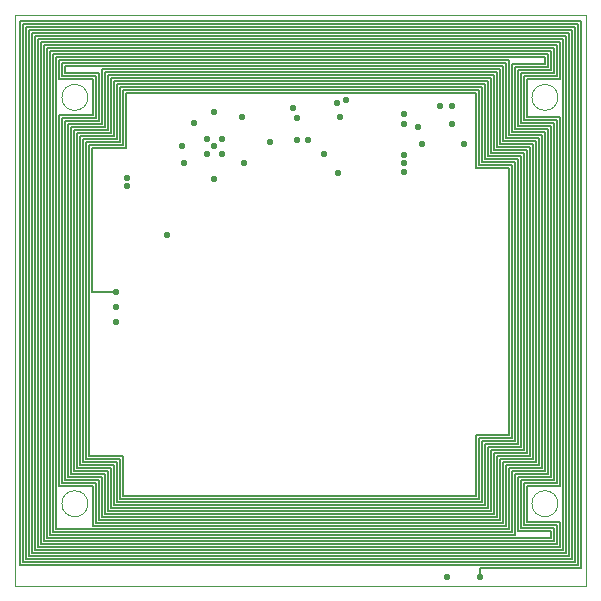
<source format=gbr>
%TF.GenerationSoftware,KiCad,Pcbnew,(5.1.4)-1*%
%TF.CreationDate,2019-10-25T20:31:38-07:00*%
%TF.ProjectId,SolarCellX_v3,536f6c61-7243-4656-9c6c-585f76332e6b,rev?*%
%TF.SameCoordinates,Original*%
%TF.FileFunction,Copper,L2,Inr*%
%TF.FilePolarity,Positive*%
%FSLAX46Y46*%
G04 Gerber Fmt 4.6, Leading zero omitted, Abs format (unit mm)*
G04 Created by KiCad (PCBNEW (5.1.4)-1) date 2019-10-25 20:31:38*
%MOMM*%
%LPD*%
G04 APERTURE LIST*
%ADD10C,0.050000*%
%ADD11C,0.584200*%
%ADD12C,0.127000*%
G04 APERTURE END LIST*
D10*
X96200000Y-47000000D02*
G75*
G03X96200000Y-47000000I-1100000J0D01*
G01*
X96200000Y-81400000D02*
G75*
G03X96200000Y-81400000I-1100000J0D01*
G01*
X136000000Y-81400000D02*
G75*
G03X136000000Y-81400000I-1100000J0D01*
G01*
X136000000Y-47000000D02*
G75*
G03X136000000Y-47000000I-1100000J0D01*
G01*
X90000000Y-88400000D02*
X138400000Y-88400000D01*
X90000000Y-88400000D02*
X90000000Y-40000000D01*
X138400000Y-40000000D02*
X138400000Y-88400000D01*
X90000000Y-40000000D02*
X138400000Y-40000000D01*
D11*
X106253260Y-51754256D03*
X107523260Y-51754256D03*
X106253260Y-50509656D03*
X109410500Y-52514500D03*
X107530900Y-50485040D03*
X106923840Y-51092100D03*
X104302012Y-52519693D03*
X122999500Y-53276500D03*
X122999500Y-52578000D03*
X122999500Y-51879500D03*
X122999500Y-49276000D03*
X124142510Y-49466500D03*
X124523500Y-50927000D03*
X122999500Y-48387000D03*
X125984000Y-47752000D03*
X117537610Y-48650791D03*
X117348000Y-53403500D03*
X128079500Y-50927000D03*
X127000000Y-47752000D03*
X118047740Y-47243775D03*
X127000000Y-49276000D03*
X117284500Y-47434502D03*
X106913660Y-53938656D03*
X113538000Y-47879000D03*
X105156000Y-49149000D03*
X111633000Y-50800000D03*
X113919000Y-48768000D03*
X116205000Y-51752500D03*
X106870500Y-48260000D03*
X109232672Y-48653690D03*
X104144156Y-51144656D03*
X102933500Y-58674000D03*
X99504500Y-53848000D03*
X99504500Y-54483000D03*
X126619000Y-87630000D03*
X98552000Y-64770000D03*
X98552000Y-63500000D03*
X98552000Y-66040000D03*
X129413000Y-87630000D03*
X113919000Y-50609500D03*
X114871500Y-50609500D03*
D12*
X130048000Y-44577000D02*
X129921000Y-44577000D01*
X130048000Y-44831000D02*
X129921000Y-44831000D01*
X131064000Y-44577000D02*
X129921000Y-44577000D01*
X131064000Y-50927000D02*
X131064000Y-44577000D01*
X133858000Y-50927000D02*
X131064000Y-50927000D01*
X133858000Y-77089000D02*
X133858000Y-50927000D01*
X97663000Y-82296000D02*
X98933000Y-82296000D01*
X97663000Y-78867000D02*
X97663000Y-82296000D01*
X94742000Y-78867000D02*
X97663000Y-78867000D01*
X98933000Y-82296000D02*
X98806000Y-82296000D01*
X129921000Y-44831000D02*
X97663000Y-44831000D01*
X97663000Y-44831000D02*
X97663000Y-49530000D01*
X97663000Y-49530000D02*
X94742000Y-49530000D01*
X94742000Y-49530000D02*
X94742000Y-78867000D01*
X99441000Y-81788000D02*
X99314000Y-81788000D01*
X134874000Y-78105000D02*
X134874000Y-77978000D01*
X133858000Y-77597000D02*
X133858000Y-76962000D01*
X97155000Y-82804000D02*
X131064000Y-82804000D01*
X97155000Y-79375000D02*
X97155000Y-82804000D01*
X94234000Y-79375000D02*
X97155000Y-79375000D01*
X94234000Y-49022000D02*
X94234000Y-79375000D01*
X97155000Y-49022000D02*
X94234000Y-49022000D01*
X97155000Y-44958000D02*
X97155000Y-49022000D01*
X94234000Y-44958000D02*
X97155000Y-44958000D01*
X94234000Y-44323000D02*
X94234000Y-44958000D01*
X131318000Y-44323000D02*
X94234000Y-44323000D01*
X131318000Y-50673000D02*
X131318000Y-44323000D01*
X134112000Y-50673000D02*
X131318000Y-50673000D01*
X134112000Y-77851000D02*
X134112000Y-50673000D01*
X131318000Y-77851000D02*
X134112000Y-77851000D01*
X131318000Y-83058000D02*
X131318000Y-77851000D01*
X93726000Y-43815000D02*
X93726000Y-45466000D01*
X134620000Y-50165000D02*
X131826000Y-50165000D01*
X131826000Y-50165000D02*
X131826000Y-43815000D01*
X131826000Y-78359000D02*
X134620000Y-78359000D01*
X96901000Y-83058000D02*
X131318000Y-83058000D01*
X131826000Y-83566000D02*
X131826000Y-78359000D01*
X96647000Y-48514000D02*
X93726000Y-48514000D01*
X93472000Y-83566000D02*
X131826000Y-83566000D01*
X93726000Y-45466000D02*
X96647000Y-45466000D01*
X134874000Y-49911000D02*
X132080000Y-49911000D01*
X93980000Y-48768000D02*
X93980000Y-79629000D01*
X131064000Y-82804000D02*
X131064000Y-77597000D01*
X131826000Y-43815000D02*
X93726000Y-43815000D01*
X134874000Y-77978000D02*
X134874000Y-49911000D01*
X96901000Y-48768000D02*
X93980000Y-48768000D01*
X132080000Y-49911000D02*
X132080000Y-44196000D01*
X134620000Y-78359000D02*
X134620000Y-50165000D01*
X132080000Y-44196000D02*
X134874000Y-44196000D01*
X93472000Y-43561000D02*
X93472000Y-83566000D01*
X134874000Y-44196000D02*
X134874000Y-43561000D01*
X134874000Y-43561000D02*
X93472000Y-43561000D01*
X96647000Y-45466000D02*
X96647000Y-48514000D01*
X93726000Y-48514000D02*
X93726000Y-79883000D01*
X93726000Y-79883000D02*
X96647000Y-79883000D01*
X96647000Y-79883000D02*
X96647000Y-83312000D01*
X96901000Y-79629000D02*
X96901000Y-83058000D01*
X96647000Y-83312000D02*
X131572000Y-83312000D01*
X131064000Y-77597000D02*
X133858000Y-77597000D01*
X131572000Y-83312000D02*
X131572000Y-78105000D01*
X131572000Y-78105000D02*
X134366000Y-78105000D01*
X134366000Y-78105000D02*
X134366000Y-50419000D01*
X131572000Y-44069000D02*
X93980000Y-44069000D01*
X134366000Y-50419000D02*
X131572000Y-50419000D01*
X93980000Y-45212000D02*
X96901000Y-45212000D01*
X131572000Y-50419000D02*
X131572000Y-44069000D01*
X93980000Y-44069000D02*
X93980000Y-45212000D01*
X96901000Y-45212000D02*
X96901000Y-48768000D01*
X93980000Y-79629000D02*
X96901000Y-79629000D01*
X130810000Y-44831000D02*
X129921000Y-44831000D01*
X130810000Y-51181000D02*
X130810000Y-44831000D01*
X133604000Y-51181000D02*
X130810000Y-51181000D01*
X133604000Y-77343000D02*
X133604000Y-51181000D01*
X130810000Y-82550000D02*
X130810000Y-77343000D01*
X97409000Y-44577000D02*
X97409000Y-49276000D01*
X129921000Y-44577000D02*
X97409000Y-44577000D01*
X130810000Y-77343000D02*
X133604000Y-77343000D01*
X97409000Y-82550000D02*
X130810000Y-82550000D01*
X97409000Y-49276000D02*
X94488000Y-49276000D01*
X94488000Y-49276000D02*
X94488000Y-79121000D01*
X94488000Y-79121000D02*
X97409000Y-79121000D01*
X97409000Y-79121000D02*
X97409000Y-82550000D01*
X133350000Y-77089000D02*
X133350000Y-76708000D01*
X130556000Y-77089000D02*
X133350000Y-77089000D01*
X98933000Y-82296000D02*
X130556000Y-82296000D01*
X130556000Y-82296000D02*
X130556000Y-77089000D01*
X135636000Y-49149000D02*
X132842000Y-49149000D01*
X135636000Y-42799000D02*
X92710000Y-42799000D01*
X135636000Y-83439000D02*
X132842000Y-83439000D01*
X135890000Y-83185000D02*
X133096000Y-83185000D01*
X136144000Y-42291000D02*
X92202000Y-42291000D01*
X133096000Y-45212000D02*
X135890000Y-45212000D01*
X132588000Y-44704000D02*
X135382000Y-44704000D01*
X132588000Y-83693000D02*
X132588000Y-79121000D01*
X135636000Y-84582000D02*
X135636000Y-83439000D01*
X135890000Y-84836000D02*
X135890000Y-83185000D01*
X133096000Y-83185000D02*
X133096000Y-79629000D01*
X135636000Y-79375000D02*
X135636000Y-49149000D01*
X92202000Y-84836000D02*
X135890000Y-84836000D01*
X135382000Y-84328000D02*
X135382000Y-83693000D01*
X132842000Y-44958000D02*
X135636000Y-44958000D01*
X132842000Y-79375000D02*
X135636000Y-79375000D01*
X92202000Y-42291000D02*
X92202000Y-84836000D01*
X135382000Y-44704000D02*
X135382000Y-43053000D01*
X135382000Y-83693000D02*
X132588000Y-83693000D01*
X132842000Y-49149000D02*
X132842000Y-44958000D01*
X133096000Y-79629000D02*
X135890000Y-79629000D01*
X137160000Y-86106000D02*
X137160000Y-41275000D01*
X137922000Y-40513000D02*
X90424000Y-40513000D01*
X92710000Y-42799000D02*
X92710000Y-84328000D01*
X135890000Y-45212000D02*
X135890000Y-42545000D01*
X91948000Y-42037000D02*
X91948000Y-85090000D01*
X137922000Y-86868000D02*
X137922000Y-40513000D01*
X135382000Y-79121000D02*
X135382000Y-49403000D01*
X135636000Y-44958000D02*
X135636000Y-42799000D01*
X133350000Y-48641000D02*
X133350000Y-45466000D01*
X136144000Y-45466000D02*
X136144000Y-42291000D01*
X135890000Y-48895000D02*
X133096000Y-48895000D01*
X133350000Y-45466000D02*
X136144000Y-45466000D01*
X132588000Y-49403000D02*
X132588000Y-44704000D01*
X135890000Y-42545000D02*
X92456000Y-42545000D01*
X129413000Y-87630000D02*
X129413000Y-86868000D01*
X136144000Y-48641000D02*
X133350000Y-48641000D01*
X135382000Y-49403000D02*
X132588000Y-49403000D01*
X136144000Y-79883000D02*
X136144000Y-48641000D01*
X135382000Y-43053000D02*
X92964000Y-43053000D01*
X90678000Y-86360000D02*
X137414000Y-86360000D01*
X90424000Y-86614000D02*
X137668000Y-86614000D01*
X133350000Y-79883000D02*
X136144000Y-79883000D01*
X137414000Y-86360000D02*
X137414000Y-41021000D01*
X90424000Y-40513000D02*
X90424000Y-86614000D01*
X136652000Y-85598000D02*
X136652000Y-41783000D01*
X137668000Y-40767000D02*
X90678000Y-40767000D01*
X137160000Y-41275000D02*
X91186000Y-41275000D01*
X90932000Y-41021000D02*
X90932000Y-86106000D01*
X137414000Y-41021000D02*
X90932000Y-41021000D01*
X137668000Y-86614000D02*
X137668000Y-40767000D01*
X90678000Y-40767000D02*
X90678000Y-86360000D01*
X92456000Y-84582000D02*
X135636000Y-84582000D01*
X90932000Y-86106000D02*
X137160000Y-86106000D01*
X129413000Y-86868000D02*
X137922000Y-86868000D01*
X135890000Y-79629000D02*
X135890000Y-48895000D01*
X132080000Y-83820000D02*
X132080000Y-78613000D01*
X135128000Y-49657000D02*
X132334000Y-49657000D01*
X132080000Y-78613000D02*
X134874000Y-78613000D01*
X132334000Y-78867000D02*
X135128000Y-78867000D01*
X132334000Y-44450000D02*
X135128000Y-44450000D01*
X132334000Y-49657000D02*
X132334000Y-44450000D01*
X91440000Y-41529000D02*
X91440000Y-85598000D01*
X91440000Y-85598000D02*
X136652000Y-85598000D01*
X136398000Y-85344000D02*
X136398000Y-42037000D01*
X93218000Y-83820000D02*
X132080000Y-83820000D01*
X92964000Y-84074000D02*
X132334000Y-84074000D01*
X92710000Y-84328000D02*
X135382000Y-84328000D01*
X135128000Y-43307000D02*
X93218000Y-43307000D01*
X132334000Y-84074000D02*
X132334000Y-78867000D01*
X135128000Y-44450000D02*
X135128000Y-43307000D01*
X91186000Y-41275000D02*
X91186000Y-85852000D01*
X91186000Y-85852000D02*
X136906000Y-85852000D01*
X92456000Y-42545000D02*
X92456000Y-84582000D01*
X136906000Y-85852000D02*
X136906000Y-41529000D01*
X136398000Y-42037000D02*
X91948000Y-42037000D01*
X132842000Y-83439000D02*
X132842000Y-79375000D01*
X136906000Y-41529000D02*
X91440000Y-41529000D01*
X136144000Y-82931000D02*
X133350000Y-82931000D01*
X132588000Y-79121000D02*
X135382000Y-79121000D01*
X135128000Y-78867000D02*
X135128000Y-49657000D01*
X136652000Y-41783000D02*
X91694000Y-41783000D01*
X91694000Y-41783000D02*
X91694000Y-85344000D01*
X91694000Y-85344000D02*
X136398000Y-85344000D01*
X133096000Y-48895000D02*
X133096000Y-45212000D01*
X92964000Y-43053000D02*
X92964000Y-84074000D01*
X91948000Y-85090000D02*
X136144000Y-85090000D01*
X136144000Y-85090000D02*
X136144000Y-82931000D01*
X133350000Y-82931000D02*
X133350000Y-79883000D01*
X93218000Y-43307000D02*
X93218000Y-83820000D01*
X134874000Y-78613000D02*
X134874000Y-77978000D01*
X96520000Y-63500000D02*
X98552000Y-63500000D01*
X99441000Y-51308000D02*
X96520000Y-51308000D01*
X99441000Y-46609000D02*
X99441000Y-51308000D01*
X129032000Y-46609000D02*
X99441000Y-46609000D01*
X131826000Y-52959000D02*
X129032000Y-52959000D01*
X131826000Y-75565000D02*
X131826000Y-52959000D01*
X129032000Y-75565000D02*
X131826000Y-75565000D01*
X100457000Y-80772000D02*
X129032000Y-80772000D01*
X96520000Y-51308000D02*
X96520000Y-63500000D01*
X129032000Y-80772000D02*
X129032000Y-75565000D01*
X129032000Y-52959000D02*
X129032000Y-46609000D01*
X130302000Y-45339000D02*
X98171000Y-45339000D01*
X94996000Y-78613000D02*
X97917000Y-78613000D01*
X97917000Y-49784000D02*
X94996000Y-49784000D01*
X133350000Y-76835000D02*
X133350000Y-51435000D01*
X98933000Y-77597000D02*
X98933000Y-81026000D01*
X96012000Y-50800000D02*
X96012000Y-77597000D01*
X95250000Y-50038000D02*
X95250000Y-78359000D01*
X98933000Y-46101000D02*
X98933000Y-50800000D01*
X129540000Y-46101000D02*
X98933000Y-46101000D01*
X129540000Y-52451000D02*
X129540000Y-46101000D01*
X132334000Y-76073000D02*
X132334000Y-52451000D01*
X98171000Y-45339000D02*
X98171000Y-50038000D01*
X129540000Y-81280000D02*
X129540000Y-76073000D01*
X98679000Y-77851000D02*
X98679000Y-81280000D01*
X95758000Y-77851000D02*
X98679000Y-77851000D01*
X98679000Y-50546000D02*
X95758000Y-50546000D01*
X98679000Y-45847000D02*
X98679000Y-50546000D01*
X129794000Y-45847000D02*
X98679000Y-45847000D01*
X129794000Y-52197000D02*
X129794000Y-45847000D01*
X95758000Y-50546000D02*
X95758000Y-77851000D01*
X132588000Y-52197000D02*
X129794000Y-52197000D01*
X98425000Y-50292000D02*
X95504000Y-50292000D01*
X133096000Y-76835000D02*
X133096000Y-51689000D01*
X129540000Y-76073000D02*
X132334000Y-76073000D01*
X98425000Y-81534000D02*
X129794000Y-81534000D01*
X132842000Y-51943000D02*
X130048000Y-51943000D01*
X98679000Y-81280000D02*
X129540000Y-81280000D01*
X99441000Y-81788000D02*
X130048000Y-81788000D01*
X130048000Y-51943000D02*
X130048000Y-45593000D01*
X96012000Y-77597000D02*
X98933000Y-77597000D01*
X132842000Y-76581000D02*
X132842000Y-51943000D01*
X130048000Y-76581000D02*
X132842000Y-76581000D01*
X132588000Y-76327000D02*
X132588000Y-52197000D01*
X130048000Y-81788000D02*
X130048000Y-76581000D01*
X98425000Y-45593000D02*
X98425000Y-50292000D01*
X95504000Y-78105000D02*
X98425000Y-78105000D01*
X98425000Y-78105000D02*
X98425000Y-81534000D01*
X130048000Y-45593000D02*
X98425000Y-45593000D01*
X129794000Y-81534000D02*
X129794000Y-76327000D01*
X129794000Y-76327000D02*
X132588000Y-76327000D01*
X98933000Y-81026000D02*
X129286000Y-81026000D01*
X129286000Y-81026000D02*
X129286000Y-75819000D01*
X129286000Y-75819000D02*
X132080000Y-75819000D01*
X132080000Y-75819000D02*
X132080000Y-52705000D01*
X132080000Y-52705000D02*
X129286000Y-52705000D01*
X133096000Y-51689000D02*
X130302000Y-51689000D01*
X129286000Y-52705000D02*
X129286000Y-46355000D01*
X129286000Y-46355000D02*
X99187000Y-46355000D01*
X99187000Y-46355000D02*
X99187000Y-51054000D01*
X99187000Y-51054000D02*
X96266000Y-51054000D01*
X98933000Y-50800000D02*
X96012000Y-50800000D01*
X96266000Y-51054000D02*
X96266000Y-77343000D01*
X96266000Y-77343000D02*
X99187000Y-77343000D01*
X99187000Y-80772000D02*
X100584000Y-80772000D01*
X99187000Y-77343000D02*
X99187000Y-80772000D01*
X132334000Y-52451000D02*
X129540000Y-52451000D01*
X95504000Y-50292000D02*
X95504000Y-78105000D01*
X133350000Y-51435000D02*
X130556000Y-51435000D01*
X130556000Y-51435000D02*
X130556000Y-45085000D01*
X130556000Y-45085000D02*
X97917000Y-45085000D01*
X97917000Y-45085000D02*
X97917000Y-49784000D01*
X94996000Y-49784000D02*
X94996000Y-78613000D01*
X97917000Y-78613000D02*
X97917000Y-82042000D01*
X97917000Y-82042000D02*
X130302000Y-82042000D01*
X130302000Y-82042000D02*
X130302000Y-76835000D01*
X130302000Y-76835000D02*
X133096000Y-76835000D01*
X130302000Y-51689000D02*
X130302000Y-45339000D01*
X98171000Y-50038000D02*
X95250000Y-50038000D01*
X95250000Y-78359000D02*
X98171000Y-78359000D01*
X98171000Y-78359000D02*
X98171000Y-81788000D01*
X98171000Y-81788000D02*
X99441000Y-81788000D01*
M02*

</source>
